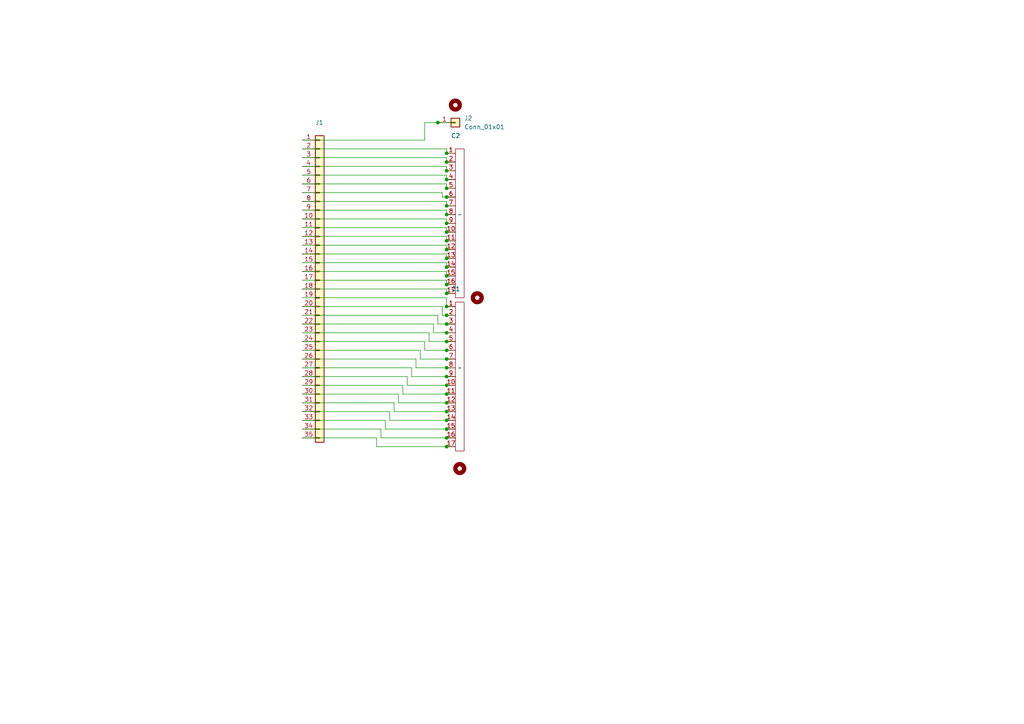
<source format=kicad_sch>
(kicad_sch (version 20230121) (generator eeschema)
  (paper "A4")
  (lib_symbols
    (symbol "17pin_connector_pads_1"
      (property "Reference" "C" (at 0 21.59 0))
      (symbol "17pin_connector_pads_1_0_1"
        (rectangle (start -1.27 19.05) (end 1.27 -24.13))
      )
      (symbol "17pin_connector_pads_1_1_1"
        (pin passive line (at -3.81 17.78 0) (length 2.54) (name "") (number "1"))
        (pin passive line (at -3.81 -5.08 0) (length 2.54) (name "") (number "10"))
        (pin passive line (at -3.81 -7.62 0) (length 2.54) (name "") (number "11"))
        (pin passive line (at -3.81 -10.16 0) (length 2.54) (name "") (number "12"))
        (pin passive line (at -3.81 -12.7 0) (length 2.54) (name "") (number "13"))
        (pin passive line (at -3.81 -15.24 0) (length 2.54) (name "") (number "14"))
        (pin passive line (at -3.81 -17.78 0) (length 2.54) (name "") (number "15"))
        (pin passive line (at -3.81 -20.32 0) (length 2.54) (name "") (number "16"))
        (pin passive line (at -3.81 -22.86 0) (length 2.54) (name "") (number "17"))
        (pin passive line (at -3.81 15.24 0) (length 2.54) (name "") (number "2"))
        (pin passive line (at -3.81 12.7 0) (length 2.54) (name "") (number "3"))
        (pin passive line (at -3.81 10.16 0) (length 2.54) (name "") (number "4"))
        (pin passive line (at -3.81 7.62 0) (length 2.54) (name "") (number "5"))
        (pin passive line (at -3.81 5.08 0) (length 2.54) (name "") (number "6"))
        (pin passive line (at -3.81 2.54 0) (length 2.54) (name "") (number "7"))
        (pin passive line (at -3.81 0 0) (length 2.54) (name "") (number "8"))
        (pin passive line (at -3.81 -2.54 0) (length 2.54) (name "") (number "9"))
      )
    )
    (symbol "Connector_Generic:Conn_01x01" (pin_names (offset 1.016) hide)
      (property "Reference" "J" (at 0 2.54 0))
      (property "Value" "Conn_01x01" (at 0 -2.54 0))
      (symbol "Conn_01x01_1_1"
        (rectangle (start -1.27 0.127) (end 0 -0.127) (stroke (width 0.1524)))
        (rectangle (start -1.27 1.27) (end 1.27 -1.27) (stroke (width 0.254)) (fill (type background)))
        (pin passive line (at -5.08 0 0) (length 3.81) (name "Pin_1") (number "1"))
      )
    )
    (symbol "Connector_Generic:Conn_01x35" (pin_names (offset 1.016) hide)
      (property "Reference" "J" (at 0 45.72 0))
      (property "Value" "Conn_01x35" (at 0 -45.72 0))
      (symbol "Conn_01x35_1_1"
        (rectangle (start -1.27 -43.053) (end 0 -43.307) (stroke (width 0.1524)))
        (rectangle (start -1.27 -40.513) (end 0 -40.767) (stroke (width 0.1524)))
        (rectangle (start -1.27 -37.973) (end 0 -38.227) (stroke (width 0.1524)))
        (rectangle (start -1.27 -35.433) (end 0 -35.687) (stroke (width 0.1524)))
        (rectangle (start -1.27 -32.893) (end 0 -33.147) (stroke (width 0.1524)))
        (rectangle (start -1.27 -30.353) (end 0 -30.607) (stroke (width 0.1524)))
        (rectangle (start -1.27 -27.813) (end 0 -28.067) (stroke (width 0.1524)))
        (rectangle (start -1.27 -25.273) (end 0 -25.527) (stroke (width 0.1524)))
        (rectangle (start -1.27 -22.733) (end 0 -22.987) (stroke (width 0.1524)))
        (rectangle (start -1.27 -20.193) (end 0 -20.447) (stroke (width 0.1524)))
        (rectangle (start -1.27 -17.653) (end 0 -17.907) (stroke (width 0.1524)))
        (rectangle (start -1.27 -15.113) (end 0 -15.367) (stroke (width 0.1524)))
        (rectangle (start -1.27 -12.573) (end 0 -12.827) (stroke (width 0.1524)))
        (rectangle (start -1.27 -10.033) (end 0 -10.287) (stroke (width 0.1524)))
        (rectangle (start -1.27 -7.493) (end 0 -7.747) (stroke (width 0.1524)))
        (rectangle (start -1.27 -4.953) (end 0 -5.207) (stroke (width 0.1524)))
        (rectangle (start -1.27 -2.413) (end 0 -2.667) (stroke (width 0.1524)))
        (rectangle (start -1.27 0.127) (end 0 -0.127) (stroke (width 0.1524)))
        (rectangle (start -1.27 2.667) (end 0 2.413) (stroke (width 0.1524)))
        (rectangle (start -1.27 5.207) (end 0 4.953) (stroke (width 0.1524)))
        (rectangle (start -1.27 7.747) (end 0 7.493) (stroke (width 0.1524)))
        (rectangle (start -1.27 10.287) (end 0 10.033) (stroke (width 0.1524)))
        (rectangle (start -1.27 12.827) (end 0 12.573) (stroke (width 0.1524)))
        (rectangle (start -1.27 15.367) (end 0 15.113) (stroke (width 0.1524)))
        (rectangle (start -1.27 17.907) (end 0 17.653) (stroke (width 0.1524)))
        (rectangle (start -1.27 20.447) (end 0 20.193) (stroke (width 0.1524)))
        (rectangle (start -1.27 22.987) (end 0 22.733) (stroke (width 0.1524)))
        (rectangle (start -1.27 25.527) (end 0 25.273) (stroke (width 0.1524)))
        (rectangle (start -1.27 28.067) (end 0 27.813) (stroke (width 0.1524)))
        (rectangle (start -1.27 30.607) (end 0 30.353) (stroke (width 0.1524)))
        (rectangle (start -1.27 33.147) (end 0 32.893) (stroke (width 0.1524)))
        (rectangle (start -1.27 35.687) (end 0 35.433) (stroke (width 0.1524)))
        (rectangle (start -1.27 38.227) (end 0 37.973) (stroke (width 0.1524)))
        (rectangle (start -1.27 40.767) (end 0 40.513) (stroke (width 0.1524)))
        (rectangle (start -1.27 43.307) (end 0 43.053) (stroke (width 0.1524)))
        (rectangle (start -1.27 44.45) (end 1.27 -44.45) (stroke (width 0.254)) (fill (type background)))
        (pin passive line (at -5.08 43.18 0) (length 3.81) (name "Pin_1") (number "1"))
        (pin passive line (at -5.08 20.32 0) (length 3.81) (name "Pin_10") (number "10"))
        (pin passive line (at -5.08 17.78 0) (length 3.81) (name "Pin_11") (number "11"))
        (pin passive line (at -5.08 15.24 0) (length 3.81) (name "Pin_12") (number "12"))
        (pin passive line (at -5.08 12.7 0) (length 3.81) (name "Pin_13") (number "13"))
        (pin passive line (at -5.08 10.16 0) (length 3.81) (name "Pin_14") (number "14"))
        (pin passive line (at -5.08 7.62 0) (length 3.81) (name "Pin_15") (number "15"))
        (pin passive line (at -5.08 5.08 0) (length 3.81) (name "Pin_16") (number "16"))
        (pin passive line (at -5.08 2.54 0) (length 3.81) (name "Pin_17") (number "17"))
        (pin passive line (at -5.08 0 0) (length 3.81) (name "Pin_18") (number "18"))
        (pin passive line (at -5.08 -2.54 0) (length 3.81) (name "Pin_19") (number "19"))
        (pin passive line (at -5.08 40.64 0) (length 3.81) (name "Pin_2") (number "2"))
        (pin passive line (at -5.08 -5.08 0) (length 3.81) (name "Pin_20") (number "20"))
        (pin passive line (at -5.08 -7.62 0) (length 3.81) (name "Pin_21") (number "21"))
        (pin passive line (at -5.08 -10.16 0) (length 3.81) (name "Pin_22") (number "22"))
        (pin passive line (at -5.08 -12.7 0) (length 3.81) (name "Pin_23") (number "23"))
        (pin passive line (at -5.08 -15.24 0) (length 3.81) (name "Pin_24") (number "24"))
        (pin passive line (at -5.08 -17.78 0) (length 3.81) (name "Pin_25") (number "25"))
        (pin passive line (at -5.08 -20.32 0) (length 3.81) (name "Pin_26") (number "26"))
        (pin passive line (at -5.08 -22.86 0) (length 3.81) (name "Pin_27") (number "27"))
        (pin passive line (at -5.08 -25.4 0) (length 3.81) (name "Pin_28") (number "28"))
        (pin passive line (at -5.08 -27.94 0) (length 3.81) (name "Pin_29") (number "29"))
        (pin passive line (at -5.08 38.1 0) (length 3.81) (name "Pin_3") (number "3"))
        (pin passive line (at -5.08 -30.48 0) (length 3.81) (name "Pin_30") (number "30"))
        (pin passive line (at -5.08 -33.02 0) (length 3.81) (name "Pin_31") (number "31"))
        (pin passive line (at -5.08 -35.56 0) (length 3.81) (name "Pin_32") (number "32"))
        (pin passive line (at -5.08 -38.1 0) (length 3.81) (name "Pin_33") (number "33"))
        (pin passive line (at -5.08 -40.64 0) (length 3.81) (name "Pin_34") (number "34"))
        (pin passive line (at -5.08 -43.18 0) (length 3.81) (name "Pin_35") (number "35"))
        (pin passive line (at -5.08 35.56 0) (length 3.81) (name "Pin_4") (number "4"))
        (pin passive line (at -5.08 33.02 0) (length 3.81) (name "Pin_5") (number "5"))
        (pin passive line (at -5.08 30.48 0) (length 3.81) (name "Pin_6") (number "6"))
        (pin passive line (at -5.08 27.94 0) (length 3.81) (name "Pin_7") (number "7"))
        (pin passive line (at -5.08 25.4 0) (length 3.81) (name "Pin_8") (number "8"))
        (pin passive line (at -5.08 22.86 0) (length 3.81) (name "Pin_9") (number "9"))
      )
    )
    (symbol "E4K_Specific:17pin_connector_pads"
      (property "Reference" "C" (at 0 21.59 0))
      (symbol "17pin_connector_pads_0_1"
        (rectangle (start -1.27 19.05) (end 1.27 -24.13))
      )
      (symbol "17pin_connector_pads_1_1"
        (pin passive line (at -3.81 17.78 0) (length 2.54) (name "") (number "1"))
        (pin passive line (at -3.81 -5.08 0) (length 2.54) (name "") (number "10"))
        (pin passive line (at -3.81 -7.62 0) (length 2.54) (name "") (number "11"))
        (pin passive line (at -3.81 -10.16 0) (length 2.54) (name "") (number "12"))
        (pin passive line (at -3.81 -12.7 0) (length 2.54) (name "") (number "13"))
        (pin passive line (at -3.81 -15.24 0) (length 2.54) (name "") (number "14"))
        (pin passive line (at -3.81 -17.78 0) (length 2.54) (name "") (number "15"))
        (pin passive line (at -3.81 -20.32 0) (length 2.54) (name "") (number "16"))
        (pin passive line (at -3.81 -22.86 0) (length 2.54) (name "") (number "17"))
        (pin passive line (at -3.81 15.24 0) (length 2.54) (name "") (number "2"))
        (pin passive line (at -3.81 12.7 0) (length 2.54) (name "") (number "3"))
        (pin passive line (at -3.81 10.16 0) (length 2.54) (name "") (number "4"))
        (pin passive line (at -3.81 7.62 0) (length 2.54) (name "") (number "5"))
        (pin passive line (at -3.81 5.08 0) (length 2.54) (name "") (number "6"))
        (pin passive line (at -3.81 2.54 0) (length 2.54) (name "") (number "7"))
        (pin passive line (at -3.81 0 0) (length 2.54) (name "") (number "8"))
        (pin passive line (at -3.81 -2.54 0) (length 2.54) (name "") (number "9"))
      )
    )
    (symbol "Mechanical:MountingHole" (pin_names (offset 1.016))
      (property "Reference" "H" (at 0 5.08 0))
      (property "Value" "MountingHole" (at 0 3.175 0))
      (symbol "MountingHole_0_1"
        (circle (center 0 0) (radius 1.27) (stroke (width 1.27)))
      )
    )
  )
  (junction (at 129.54 62.23))
  (junction (at 129.54 59.69))
  (junction (at 129.54 54.61))
  (junction (at 129.54 109.22))
  (junction (at 129.54 119.38))
  (junction (at 129.54 64.77))
  (junction (at 129.54 101.6))
  (junction (at 129.54 80.01))
  (junction (at 129.54 96.52))
  (junction (at 129.54 114.3))
  (junction (at 129.54 99.06))
  (junction (at 129.54 121.92))
  (junction (at 129.54 69.85))
  (junction (at 129.54 88.9))
  (junction (at 129.54 129.54))
  (junction (at 129.54 106.68))
  (junction (at 129.54 85.09))
  (junction (at 129.54 93.98))
  (junction (at 129.54 67.31))
  (junction (at 129.54 49.53))
  (junction (at 129.54 77.47))
  (junction (at 127 35.56))
  (junction (at 129.54 104.14))
  (junction (at 129.54 82.55))
  (junction (at 129.54 52.07))
  (junction (at 129.54 46.99))
  (junction (at 129.54 116.84))
  (junction (at 129.54 111.76))
  (junction (at 129.54 44.45))
  (junction (at 129.54 72.39))
  (junction (at 129.54 57.15))
  (junction (at 129.54 74.93))
  (junction (at 129.54 127))
  (junction (at 129.54 91.44))
  (junction (at 129.54 124.46))
  (wire (pts (xy 125.73 93.98) (xy 125.73 96.52)))
  (wire (pts (xy 130.81 85.09) (xy 129.54 85.09)))
  (wire (pts (xy 129.54 129.54) (xy 130.81 129.54)))
  (wire (pts (xy 129.54 59.69) (xy 130.81 59.69)))
  (wire (pts (xy 129.54 68.58) (xy 129.54 69.85)))
  (wire (pts (xy 130.81 64.77) (xy 129.54 64.77)))
  (wire (pts (xy 87.63 104.14) (xy 120.65 104.14)))
  (wire (pts (xy 87.63 63.5) (xy 129.54 63.5)))
  (wire (pts (xy 123.19 101.6) (xy 129.54 101.6)))
  (wire (pts (xy 87.63 78.74) (xy 129.54 78.74)))
  (wire (pts (xy 128.27 55.88) (xy 128.27 57.15)))
  (wire (pts (xy 129.54 58.42) (xy 129.54 59.69)))
  (wire (pts (xy 124.46 96.52) (xy 124.46 99.06)))
  (wire (pts (xy 114.3 116.84) (xy 114.3 119.38)))
  (wire (pts (xy 129.54 63.5) (xy 129.54 64.77)))
  (wire (pts (xy 87.63 106.68) (xy 119.38 106.68)))
  (wire (pts (xy 129.54 101.6) (xy 130.81 101.6)))
  (wire (pts (xy 87.63 60.96) (xy 129.54 60.96)))
  (wire (pts (xy 129.54 116.84) (xy 130.81 116.84)))
  (wire (pts (xy 130.81 54.61) (xy 129.54 54.61)))
  (wire (pts (xy 121.92 101.6) (xy 121.92 104.14)))
  (wire (pts (xy 130.81 44.45) (xy 129.54 44.45)))
  (wire (pts (xy 130.81 52.07) (xy 129.54 52.07)))
  (wire (pts (xy 129.54 86.36) (xy 129.54 88.9)))
  (wire (pts (xy 119.38 109.22) (xy 129.54 109.22)))
  (wire (pts (xy 115.57 116.84) (xy 129.54 116.84)))
  (wire (pts (xy 129.54 53.34) (xy 129.54 54.61)))
  (wire (pts (xy 109.22 127) (xy 109.22 129.54)))
  (wire (pts (xy 87.63 48.26) (xy 129.54 48.26)))
  (wire (pts (xy 87.63 68.58) (xy 129.54 68.58)))
  (wire (pts (xy 87.63 50.8) (xy 129.54 50.8)))
  (wire (pts (xy 129.54 119.38) (xy 130.81 119.38)))
  (wire (pts (xy 129.54 76.2) (xy 129.54 77.47)))
  (wire (pts (xy 127 35.56) (xy 132.08 35.56)))
  (wire (pts (xy 87.63 43.18) (xy 129.54 43.18)))
  (wire (pts (xy 116.84 111.76) (xy 116.84 114.3)))
  (wire (pts (xy 87.63 88.9) (xy 128.27 88.9)))
  (wire (pts (xy 110.49 124.46) (xy 110.49 127)))
  (wire (pts (xy 129.54 121.92) (xy 130.81 121.92)))
  (wire (pts (xy 87.63 114.3) (xy 115.57 114.3)))
  (wire (pts (xy 116.84 114.3) (xy 129.54 114.3)))
  (wire (pts (xy 129.54 43.18) (xy 129.54 44.45)))
  (wire (pts (xy 129.54 78.74) (xy 129.54 80.01)))
  (wire (pts (xy 129.54 114.3) (xy 130.81 114.3)))
  (wire (pts (xy 129.54 66.04) (xy 129.54 67.31)))
  (wire (pts (xy 87.63 55.88) (xy 128.27 55.88)))
  (wire (pts (xy 111.76 124.46) (xy 129.54 124.46)))
  (wire (pts (xy 129.54 127) (xy 130.81 127)))
  (wire (pts (xy 87.63 66.04) (xy 129.54 66.04)))
  (wire (pts (xy 130.81 80.01) (xy 129.54 80.01)))
  (wire (pts (xy 87.63 40.64) (xy 123.19 40.64)))
  (wire (pts (xy 130.81 72.39) (xy 129.54 72.39)))
  (wire (pts (xy 130.81 88.9) (xy 129.54 88.9)))
  (wire (pts (xy 129.54 111.76) (xy 130.81 111.76)))
  (wire (pts (xy 129.54 106.68) (xy 130.81 106.68)))
  (wire (pts (xy 129.54 99.06) (xy 130.81 99.06)))
  (wire (pts (xy 128.27 91.44) (xy 129.54 91.44)))
  (wire (pts (xy 87.63 53.34) (xy 129.54 53.34)))
  (wire (pts (xy 129.54 104.14) (xy 130.81 104.14)))
  (wire (pts (xy 129.54 50.8) (xy 129.54 52.07)))
  (wire (pts (xy 87.63 93.98) (xy 125.73 93.98)))
  (wire (pts (xy 127 93.98) (xy 129.54 93.98)))
  (wire (pts (xy 87.63 121.92) (xy 111.76 121.92)))
  (wire (pts (xy 129.54 93.98) (xy 130.81 93.98)))
  (wire (pts (xy 125.73 96.52) (xy 129.54 96.52)))
  (wire (pts (xy 129.54 49.53) (xy 132.08 49.53)))
  (wire (pts (xy 129.54 73.66) (xy 129.54 74.93)))
  (wire (pts (xy 129.54 83.82) (xy 129.54 85.09)))
  (wire (pts (xy 87.63 73.66) (xy 129.54 73.66)))
  (wire (pts (xy 87.63 83.82) (xy 129.54 83.82)))
  (wire (pts (xy 110.49 127) (xy 129.54 127)))
  (wire (pts (xy 87.63 109.22) (xy 118.11 109.22)))
  (wire (pts (xy 118.11 111.76) (xy 129.54 111.76)))
  (wire (pts (xy 130.81 67.31) (xy 129.54 67.31)))
  (wire (pts (xy 130.81 69.85) (xy 129.54 69.85)))
  (wire (pts (xy 87.63 127) (xy 109.22 127)))
  (wire (pts (xy 129.54 109.22) (xy 130.81 109.22)))
  (wire (pts (xy 129.54 71.12) (xy 129.54 72.39)))
  (wire (pts (xy 115.57 114.3) (xy 115.57 116.84)))
  (wire (pts (xy 130.81 77.47) (xy 129.54 77.47)))
  (wire (pts (xy 127 91.44) (xy 127 93.98)))
  (wire (pts (xy 119.38 106.68) (xy 119.38 109.22)))
  (wire (pts (xy 130.81 46.99) (xy 129.54 46.99)))
  (wire (pts (xy 114.3 119.38) (xy 129.54 119.38)))
  (wire (pts (xy 87.63 101.6) (xy 121.92 101.6)))
  (wire (pts (xy 87.63 71.12) (xy 129.54 71.12)))
  (wire (pts (xy 129.54 81.28) (xy 129.54 82.55)))
  (wire (pts (xy 113.03 119.38) (xy 113.03 121.92)))
  (wire (pts (xy 129.54 96.52) (xy 130.81 96.52)))
  (wire (pts (xy 87.63 86.36) (xy 129.54 86.36)))
  (wire (pts (xy 87.63 111.76) (xy 116.84 111.76)))
  (wire (pts (xy 130.81 74.93) (xy 129.54 74.93)))
  (wire (pts (xy 120.65 104.14) (xy 120.65 106.68)))
  (wire (pts (xy 87.63 96.52) (xy 124.46 96.52)))
  (wire (pts (xy 129.54 124.46) (xy 130.81 124.46)))
  (wire (pts (xy 87.63 45.72) (xy 129.54 45.72)))
  (wire (pts (xy 118.11 109.22) (xy 118.11 111.76)))
  (wire (pts (xy 128.27 57.15) (xy 129.54 57.15)))
  (wire (pts (xy 87.63 81.28) (xy 129.54 81.28)))
  (wire (pts (xy 129.54 48.26) (xy 129.54 49.53)))
  (wire (pts (xy 123.19 99.06) (xy 123.19 101.6)))
  (wire (pts (xy 130.81 82.55) (xy 129.54 82.55)))
  (wire (pts (xy 121.92 104.14) (xy 129.54 104.14)))
  (wire (pts (xy 129.54 45.72) (xy 129.54 46.99)))
  (wire (pts (xy 87.63 116.84) (xy 114.3 116.84)))
  (wire (pts (xy 123.19 40.64) (xy 123.19 35.56)))
  (wire (pts (xy 129.54 91.44) (xy 130.81 91.44)))
  (wire (pts (xy 111.76 121.92) (xy 111.76 124.46)))
  (wire (pts (xy 87.63 91.44) (xy 127 91.44)))
  (wire (pts (xy 130.81 57.15) (xy 129.54 57.15)))
  (wire (pts (xy 124.46 99.06) (xy 129.54 99.06)))
  (wire (pts (xy 87.63 119.38) (xy 113.03 119.38)))
  (wire (pts (xy 120.65 106.68) (xy 129.54 106.68)))
  (wire (pts (xy 113.03 121.92) (xy 129.54 121.92)))
  (wire (pts (xy 109.22 129.54) (xy 129.54 129.54)))
  (wire (pts (xy 123.19 35.56) (xy 127 35.56)))
  (wire (pts (xy 87.63 58.42) (xy 129.54 58.42)))
  (wire (pts (xy 128.27 88.9) (xy 128.27 91.44)))
  (wire (pts (xy 130.81 62.23) (xy 129.54 62.23)))
  (wire (pts (xy 87.63 76.2) (xy 129.54 76.2)))
  (wire (pts (xy 87.63 99.06) (xy 123.19 99.06)))
  (wire (pts (xy 87.63 124.46) (xy 110.49 124.46)))
  (wire (pts (xy 129.54 60.96) (xy 129.54 62.23)))
  (symbol (lib_id "Connector_Generic:Conn_01x01") (at 132.08 35.56 0) (unit 1)
    (property "Reference" "J2" (at 134.62 34.29 0) (effects (justify left)))
    (property "Value" "Conn_01x01" (at 134.62 36.83 0) (effects (justify left)))
    (property "Footprint" "E4K_Specific:gnd_connector" (effects hide))
  )
  (symbol (lib_id "Mechanical:MountingHole") (at 133.35 135.89 0) (unit 1)
    (property "Reference" "H3" (effects hide))
    (property "Value" "MountingHole" (effects hide))
    (property "Footprint" "MountingHole:MountingHole_5mm" (effects hide))
  )
  (symbol (lib_id "Connector_Generic:Conn_01x35") (at 92.71 83.82 0) (unit 1)
    (property "Reference" "J1" (at 91.44 35.56 0) (effects (justify left)))
    (property "Value" "Conn_01x35" (effects hide))
    (property "Footprint" "Connector_PinHeader_2.54mm:PinHeader_1x35_P2.54mm_Vertical" (effects hide))
  )
  (symbol (lib_id "Mechanical:MountingHole") (at 138.43 86.36 0) (unit 1)
    (property "Reference" "H2" (effects hide))
    (property "Value" "MountingHole" (effects hide))
    (property "Footprint" "MountingHole:MountingHole_5mm" (effects hide))
  )
  (symbol (lib_id "Mechanical:MountingHole") (at 132.08 30.48 0) (unit 1)
    (property "Reference" "H1" (effects hide))
    (property "Value" "MountingHole" (effects hide))
    (property "Footprint" "MountingHole:MountingHole_5mm" (effects hide))
  )
  (symbol (lib_name "17pin_connector_pads_1") (lib_id "E4K_Specific:17pin_connector_pads") (at 133.35 62.23 0) (unit 1)
    (property "Reference" "C2" (at 130.81 39.37 0) (effects (justify left)))
    (property "Value" "~" (at 133.35 62.23 0))
    (property "Footprint" "E4K_Specific:17pin_solder_pads" (effects hide))
  )
  (symbol (lib_id "E4K_Specific:17pin_connector_pads") (at 133.35 106.68 0) (unit 1)
    (property "Reference" "C1" (at 130.81 83.82 0) (effects (justify left)))
    (property "Value" "~" (at 133.35 106.68 0))
    (property "Footprint" "E4K_Specific:17pin_solder_pads" (effects hide))
  )
)
</source>
